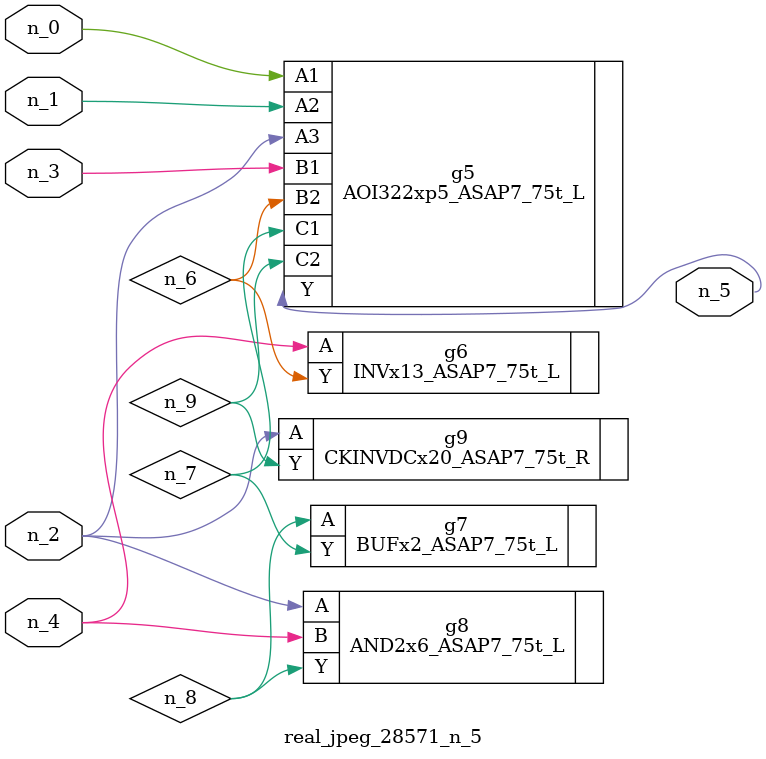
<source format=v>
module real_jpeg_28571_n_5 (n_4, n_0, n_1, n_2, n_3, n_5);

input n_4;
input n_0;
input n_1;
input n_2;
input n_3;

output n_5;

wire n_8;
wire n_6;
wire n_7;
wire n_9;

AOI322xp5_ASAP7_75t_L g5 ( 
.A1(n_0),
.A2(n_1),
.A3(n_2),
.B1(n_3),
.B2(n_6),
.C1(n_7),
.C2(n_9),
.Y(n_5)
);

AND2x6_ASAP7_75t_L g8 ( 
.A(n_2),
.B(n_4),
.Y(n_8)
);

CKINVDCx20_ASAP7_75t_R g9 ( 
.A(n_2),
.Y(n_9)
);

INVx13_ASAP7_75t_L g6 ( 
.A(n_4),
.Y(n_6)
);

BUFx2_ASAP7_75t_L g7 ( 
.A(n_8),
.Y(n_7)
);


endmodule
</source>
